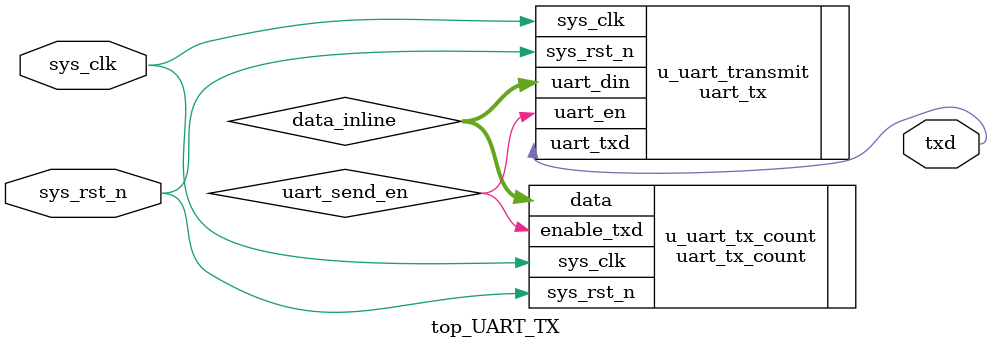
<source format=v>
`timescale 1ns / 1ns

module top_UART_TX
(
    input	      sys_clk,                  //系统时钟
    input         sys_rst_n,                //系统复位，低电平有效
    output      txd
 );

//wire define

wire [7:0] data_inline;              //UART接收数据
wire       uart_send_en;                //UART发送使能


wire       uart_recv_done;              //UART接收完成

wire [7:0] uart_send_data;              //UART发送数据
wire       uart_tx_busy;                //UART发送忙状态标志

uart_tx#(.UART_BPS(960000)) u_uart_transmit
(
    .sys_clk (sys_clk),                   //系统时钟
    .sys_rst_n  (sys_rst_n),                //系统复位，低电平有效
    .uart_en (uart_send_en),                  //发送使能信号
    .uart_din (data_inline),                 //待发送数据
    .uart_txd (txd)                  //UART发送端口
 );




 uart_tx_count#(.COUNT_200(3000)) u_uart_tx_count
 (
        .sys_clk (sys_clk),
        .sys_rst_n (sys_rst_n),
        .enable_txd (uart_send_en),  //允许串口发送
        .data  (data_inline)
 );

endmodule
</source>
